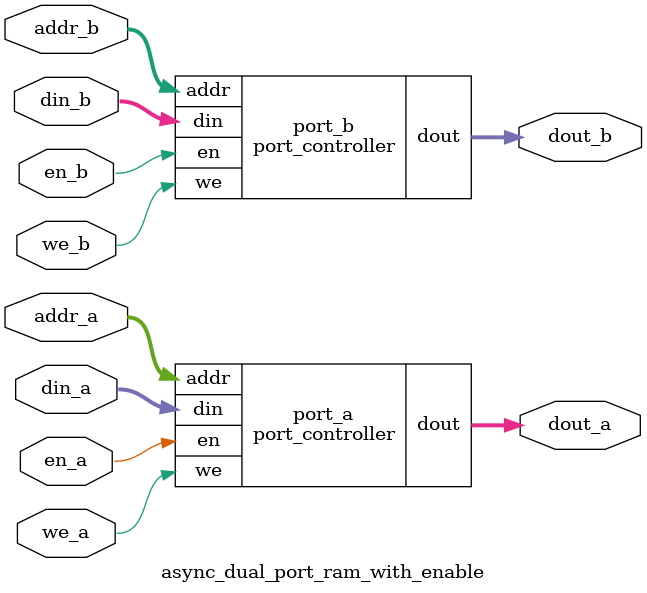
<source format=sv>
module ram_array #(
    parameter DATA_WIDTH = 8,
    parameter ADDR_WIDTH = 8
)(
    input wire [ADDR_WIDTH-1:0] addr,
    input wire [DATA_WIDTH-1:0] din,
    output reg [DATA_WIDTH-1:0] dout,
    input wire we,
    input wire en
);

    reg [DATA_WIDTH-1:0] mem [(2**ADDR_WIDTH)-1:0];

    always @* begin
        if (en && we) mem[addr] = din;
        dout = mem[addr];
    end
endmodule

// 端口控制子模块
module port_controller #(
    parameter DATA_WIDTH = 8,
    parameter ADDR_WIDTH = 8
)(
    input wire [ADDR_WIDTH-1:0] addr,
    input wire [DATA_WIDTH-1:0] din,
    output wire [DATA_WIDTH-1:0] dout,
    input wire we,
    input wire en
);

    ram_array ram_inst (
        .addr(addr),
        .din(din),
        .dout(dout),
        .we(we),
        .en(en)
    );
endmodule

// 顶层双端口RAM模块
module async_dual_port_ram_with_enable #(
    parameter DATA_WIDTH = 8,
    parameter ADDR_WIDTH = 8
)(
    input wire [ADDR_WIDTH-1:0] addr_a, addr_b,
    input wire [DATA_WIDTH-1:0] din_a, din_b,
    output wire [DATA_WIDTH-1:0] dout_a, dout_b,
    input wire we_a, we_b,
    input wire en_a, en_b
);

    port_controller port_a (
        .addr(addr_a),
        .din(din_a),
        .dout(dout_a),
        .we(we_a),
        .en(en_a)
    );

    port_controller port_b (
        .addr(addr_b),
        .din(din_b),
        .dout(dout_b),
        .we(we_b),
        .en(en_b)
    );
endmodule
</source>
